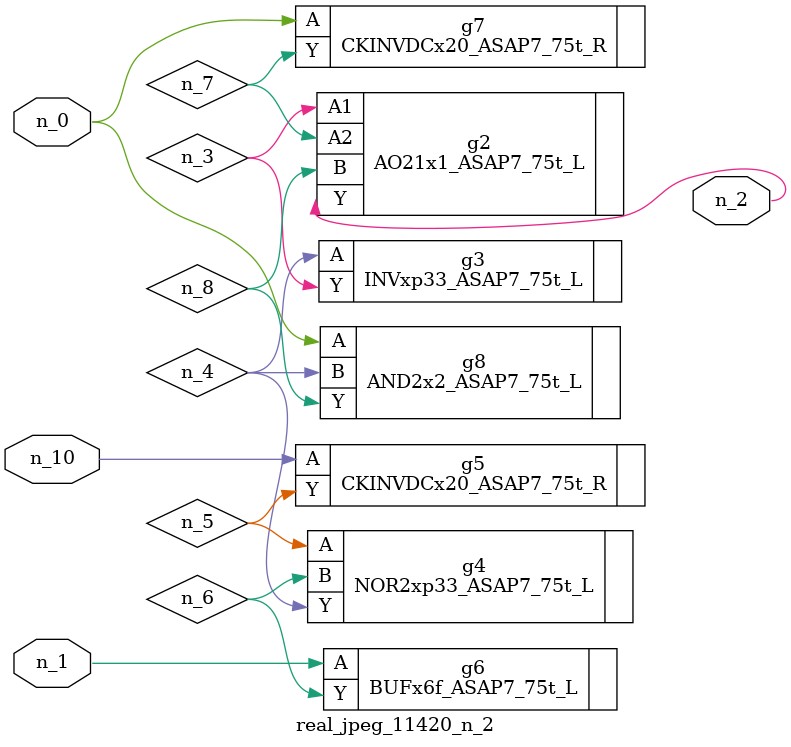
<source format=v>
module real_jpeg_11420_n_2 (n_1, n_10, n_0, n_2);

input n_1;
input n_10;
input n_0;

output n_2;

wire n_5;
wire n_4;
wire n_8;
wire n_6;
wire n_7;
wire n_3;

CKINVDCx20_ASAP7_75t_R g7 ( 
.A(n_0),
.Y(n_7)
);

AND2x2_ASAP7_75t_L g8 ( 
.A(n_0),
.B(n_4),
.Y(n_8)
);

BUFx6f_ASAP7_75t_L g6 ( 
.A(n_1),
.Y(n_6)
);

AO21x1_ASAP7_75t_L g2 ( 
.A1(n_3),
.A2(n_7),
.B(n_8),
.Y(n_2)
);

INVxp33_ASAP7_75t_L g3 ( 
.A(n_4),
.Y(n_3)
);

NOR2xp33_ASAP7_75t_L g4 ( 
.A(n_5),
.B(n_6),
.Y(n_4)
);

CKINVDCx20_ASAP7_75t_R g5 ( 
.A(n_10),
.Y(n_5)
);


endmodule
</source>
